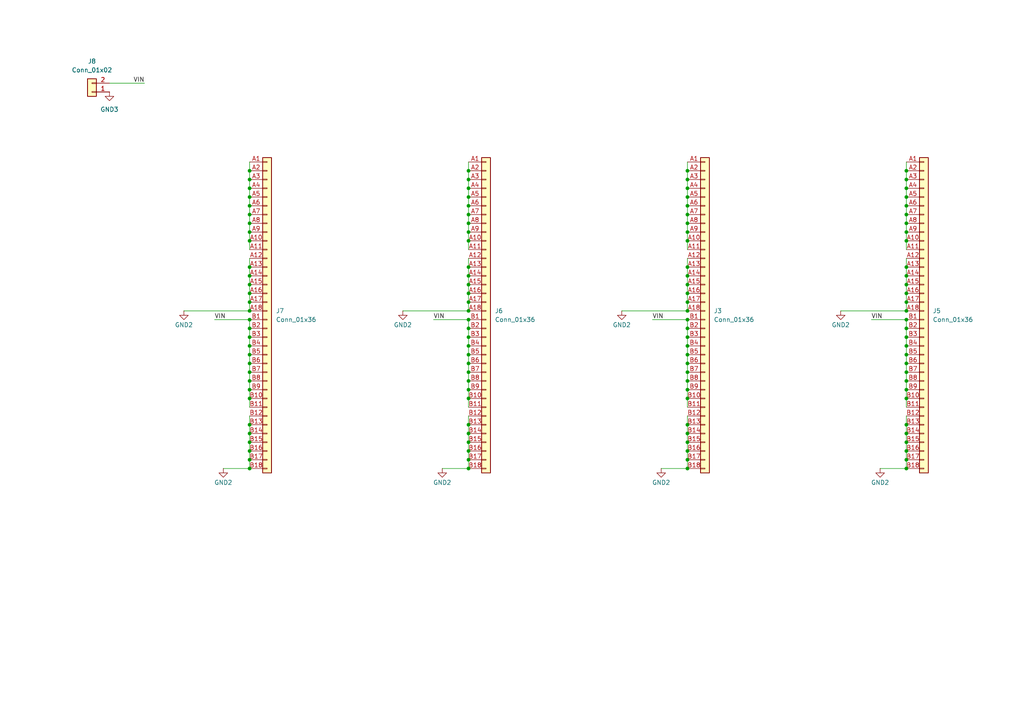
<source format=kicad_sch>
(kicad_sch (version 20250114) (generator "eeschema") (generator_version "9.0")
  (paper "A4")
  (lib_symbols
    (symbol "Conn_01x36_1" (pin_names (offset 1.016) (hide yes))
      (property "Reference" "J4" (at 2.54 0.0001 0))
      (property "Value" "Conn_01x36" (at 2.54 -2.5399 0))
      (symbol "Conn_01x36_1_1_1"
        (rectangle (start -1.27 44.45) (end 1.27 -46.99) (stroke (width 0.254)) (fill (type background)))
        (rectangle (start -1.27 43.307) (end 0 43.053) (stroke (width 0.1524)))
        (rectangle (start -1.27 40.767) (end 0 40.513) (stroke (width 0.1524)))
        (rectangle (start -1.27 38.227) (end 0 37.973) (stroke (width 0.1524)))
        (rectangle (start -1.27 35.687) (end 0 35.433) (stroke (width 0.1524)))
        (rectangle (start -1.27 33.147) (end 0 32.893) (stroke (width 0.1524)))
        (rectangle (start -1.27 30.607) (end 0 30.353) (stroke (width 0.1524)))
        (rectangle (start -1.27 28.067) (end 0 27.813) (stroke (width 0.1524)))
        (rectangle (start -1.27 25.527) (end 0 25.273) (stroke (width 0.1524)))
        (rectangle (start -1.27 22.987) (end 0 22.733) (stroke (width 0.1524)))
        (rectangle (start -1.27 20.447) (end 0 20.193) (stroke (width 0.1524)))
        (rectangle (start -1.27 17.907) (end 0 17.653) (stroke (width 0.1524)))
        (rectangle (start -1.27 15.367) (end 0 15.113) (stroke (width 0.1524)))
        (rectangle (start -1.27 12.827) (end 0 12.573) (stroke (width 0.1524)))
        (rectangle (start -1.27 10.287) (end 0 10.033) (stroke (width 0.1524)))
        (rectangle (start -1.27 7.747) (end 0 7.493) (stroke (width 0.1524)))
        (rectangle (start -1.27 5.207) (end 0 4.953) (stroke (width 0.1524)))
        (rectangle (start -1.27 2.667) (end 0 2.413) (stroke (width 0.1524)))
        (rectangle (start -1.27 0.127) (end 0 -0.127) (stroke (width 0.1524)))
        (rectangle (start -1.27 -2.413) (end 0 -2.667) (stroke (width 0.1524)))
        (rectangle (start -1.27 -4.953) (end 0 -5.207) (stroke (width 0.1524)))
        (rectangle (start -1.27 -7.493) (end 0 -7.747) (stroke (width 0.1524)))
        (rectangle (start -1.27 -10.033) (end 0 -10.287) (stroke (width 0.1524)))
        (rectangle (start -1.27 -12.573) (end 0 -12.827) (stroke (width 0.1524)))
        (rectangle (start -1.27 -15.113) (end 0 -15.367) (stroke (width 0.1524)))
        (rectangle (start -1.27 -17.653) (end 0 -17.907) (stroke (width 0.1524)))
        (rectangle (start -1.27 -20.193) (end 0 -20.447) (stroke (width 0.1524)))
        (rectangle (start -1.27 -22.733) (end 0 -22.987) (stroke (width 0.1524)))
        (rectangle (start -1.27 -25.273) (end 0 -25.527) (stroke (width 0.1524)))
        (rectangle (start -1.27 -27.813) (end 0 -28.067) (stroke (width 0.1524)))
        (rectangle (start -1.27 -30.353) (end 0 -30.607) (stroke (width 0.1524)))
        (rectangle (start -1.27 -32.893) (end 0 -33.147) (stroke (width 0.1524)))
        (rectangle (start -1.27 -35.433) (end 0 -35.687) (stroke (width 0.1524)))
        (rectangle (start -1.27 -37.973) (end 0 -38.227) (stroke (width 0.1524)))
        (rectangle (start -1.27 -40.513) (end 0 -40.767) (stroke (width 0.1524)))
        (rectangle (start -1.27 -43.053) (end 0 -43.307) (stroke (width 0.1524)))
        (rectangle (start -1.27 -45.593) (end 0 -45.847) (stroke (width 0.1524)))
        (pin passive line (at -5.08 43.18 0) (length 3.81) (name "Pin_1") (number "A1"))
        (pin passive line (at -5.08 40.64 0) (length 3.81) (name "Pin_2") (number "A2"))
        (pin passive line (at -5.08 38.1 0) (length 3.81) (name "Pin_3") (number "A3"))
        (pin passive line (at -5.08 35.56 0) (length 3.81) (name "Pin_4") (number "A4"))
        (pin passive line (at -5.08 33.02 0) (length 3.81) (name "Pin_5") (number "A5"))
        (pin passive line (at -5.08 30.48 0) (length 3.81) (name "Pin_6") (number "A6"))
        (pin passive line (at -5.08 27.94 0) (length 3.81) (name "Pin_7") (number "A7"))
        (pin passive line (at -5.08 25.4 0) (length 3.81) (name "Pin_8") (number "A8"))
        (pin passive line (at -5.08 22.86 0) (length 3.81) (name "Pin_9") (number "A9"))
        (pin passive line (at -5.08 20.32 0) (length 3.81) (name "Pin_10") (number "A10"))
        (pin passive line (at -5.08 17.78 0) (length 3.81) (name "Pin_11") (number "A11"))
        (pin passive line (at -5.08 15.24 0) (length 3.81) (name "Pin_12") (number "A12"))
        (pin passive line (at -5.08 12.7 0) (length 3.81) (name "Pin_13") (number "A13"))
        (pin passive line (at -5.08 10.16 0) (length 3.81) (name "Pin_14") (number "A14"))
        (pin passive line (at -5.08 7.62 0) (length 3.81) (name "A15") (number "A15"))
        (pin passive line (at -5.08 5.08 0) (length 3.81) (name "Pin_16") (number "A16"))
        (pin passive line (at -5.08 2.54 0) (length 3.81) (name "Pin_17") (number "A17"))
        (pin passive line (at -5.08 0 0) (length 3.81) (name "Pin_18") (number "A18"))
        (pin passive line (at -5.08 -2.54 0) (length 3.81) (name "Pin_19") (number "B1"))
        (pin passive line (at -5.08 -5.08 0) (length 3.81) (name "Pin_20") (number "B2"))
        (pin passive line (at -5.08 -7.62 0) (length 3.81) (name "Pin_21") (number "B3"))
        (pin passive line (at -5.08 -10.16 0) (length 3.81) (name "Pin_22") (number "B4"))
        (pin passive line (at -5.08 -12.7 0) (length 3.81) (name "Pin_23") (number "B5"))
        (pin passive line (at -5.08 -15.24 0) (length 3.81) (name "Pin_24") (number "B6"))
        (pin passive line (at -5.08 -17.78 0) (length 3.81) (name "Pin_25") (number "B7"))
        (pin passive line (at -5.08 -20.32 0) (length 3.81) (name "Pin_26") (number "B8"))
        (pin passive line (at -5.08 -22.86 0) (length 3.81) (name "Pin_27") (number "B9"))
        (pin passive line (at -5.08 -25.4 0) (length 3.81) (name "Pin_28") (number "B10"))
        (pin passive line (at -5.08 -27.94 0) (length 3.81) (name "Pin_29") (number "B11"))
        (pin passive line (at -5.08 -30.48 0) (length 3.81) (name "Pin_30") (number "B12"))
        (pin passive line (at -5.08 -33.02 0) (length 3.81) (name "Pin_31") (number "B13"))
        (pin passive line (at -5.08 -35.56 0) (length 3.81) (name "Pin_32") (number "B14"))
        (pin passive line (at -5.08 -38.1 0) (length 3.81) (name "Pin_33") (number "B15"))
        (pin passive line (at -5.08 -40.64 0) (length 3.81) (name "Pin_34") (number "B16"))
        (pin passive line (at -5.08 -43.18 0) (length 3.81) (name "Pin_35") (number "B17"))
        (pin passive line (at -5.08 -45.72 0) (length 3.81) (name "Pin_36") (number "B18"))
      )
    )
    (symbol "Connector_Generic:Conn_01x02" (pin_names (offset 1.016) (hide yes))
      (property "Reference" "J" (at 0 2.54 0))
      (property "Value" "Conn_01x02" (at 0 -5.08 0))
      (symbol "Conn_01x02_1_1"
        (rectangle (start -1.27 1.27) (end 1.27 -3.81) (stroke (width 0.254)) (fill (type background)))
        (rectangle (start -1.27 0.127) (end 0 -0.127) (stroke (width 0.1524)))
        (rectangle (start -1.27 -2.413) (end 0 -2.667) (stroke (width 0.1524)))
        (pin passive line (at -5.08 0 0) (length 3.81) (name "Pin_1") (number "1"))
        (pin passive line (at -5.08 -2.54 0) (length 3.81) (name "Pin_2") (number "2"))
      )
    )
    (symbol "power:GND1" (power) (pin_numbers (hide yes)) (pin_names (offset 0) (hide yes))
      (property "Value" "GND1" (at 0 -3.81 0))
      (symbol "GND1_0_1"
        (polyline (pts (xy 0 0) (xy 0 -1.27) (xy 1.27 -1.27) (xy 0 -2.54) (xy -1.27 -1.27) (xy 0 -1.27)))
      )
      (symbol "GND1_1_1"
        (pin power_in line (at 0 0 270) (length 0) (name "~") (number "1"))
      )
    )
    (symbol "power:GND3" (power) (pin_numbers (hide yes)) (pin_names (offset 0) (hide yes))
      (property "Value" "GND3" (at 0 -3.81 0))
      (symbol "GND3_0_1"
        (polyline (pts (xy 0 0) (xy 0 -1.27) (xy 1.27 -1.27) (xy 0 -2.54) (xy -1.27 -1.27) (xy 0 -1.27)))
      )
      (symbol "GND3_1_1"
        (pin power_in line (at 0 0 270) (length 0) (name "~") (number "1"))
      )
    )
  )
  (junction (at 72.39 113.03))
  (junction (at 199.39 62.23))
  (junction (at 262.89 115.57))
  (junction (at 72.39 90.17))
  (junction (at 135.89 64.77))
  (junction (at 72.39 80.01))
  (junction (at 72.39 130.81))
  (junction (at 262.89 52.07))
  (junction (at 135.89 95.25))
  (junction (at 262.89 113.03))
  (junction (at 72.39 125.73))
  (junction (at 135.89 123.19))
  (junction (at 135.89 90.17))
  (junction (at 262.89 80.01))
  (junction (at 262.89 135.89))
  (junction (at 135.89 85.09))
  (junction (at 72.39 77.47))
  (junction (at 135.89 105.41))
  (junction (at 199.39 105.41))
  (junction (at 262.89 67.31))
  (junction (at 262.89 102.87))
  (junction (at 72.39 54.61))
  (junction (at 199.39 107.95))
  (junction (at 262.89 54.61))
  (junction (at 135.89 52.07))
  (junction (at 199.39 97.79))
  (junction (at 199.39 115.57))
  (junction (at 262.89 90.17))
  (junction (at 199.39 54.61))
  (junction (at 199.39 59.69))
  (junction (at 135.89 107.95))
  (junction (at 135.89 135.89))
  (junction (at 135.89 49.53))
  (junction (at 72.39 102.87))
  (junction (at 72.39 133.35))
  (junction (at 199.39 133.35))
  (junction (at 72.39 92.71))
  (junction (at 262.89 57.15))
  (junction (at 135.89 87.63))
  (junction (at 262.89 49.53))
  (junction (at 135.89 77.47))
  (junction (at 262.89 77.47))
  (junction (at 199.39 92.71))
  (junction (at 135.89 113.03))
  (junction (at 135.89 80.01))
  (junction (at 199.39 57.15))
  (junction (at 72.39 57.15))
  (junction (at 262.89 82.55))
  (junction (at 199.39 135.89))
  (junction (at 135.89 82.55))
  (junction (at 72.39 95.25))
  (junction (at 262.89 59.69))
  (junction (at 72.39 52.07))
  (junction (at 72.39 64.77))
  (junction (at 199.39 64.77))
  (junction (at 135.89 62.23))
  (junction (at 262.89 85.09))
  (junction (at 72.39 100.33))
  (junction (at 262.89 110.49))
  (junction (at 135.89 110.49))
  (junction (at 135.89 69.85))
  (junction (at 135.89 57.15))
  (junction (at 135.89 92.71))
  (junction (at 135.89 102.87))
  (junction (at 72.39 128.27))
  (junction (at 135.89 59.69))
  (junction (at 72.39 123.19))
  (junction (at 135.89 54.61))
  (junction (at 135.89 97.79))
  (junction (at 72.39 49.53))
  (junction (at 262.89 107.95))
  (junction (at 262.89 130.81))
  (junction (at 199.39 77.47))
  (junction (at 199.39 95.25))
  (junction (at 135.89 115.57))
  (junction (at 199.39 130.81))
  (junction (at 262.89 123.19))
  (junction (at 262.89 133.35))
  (junction (at 262.89 62.23))
  (junction (at 72.39 110.49))
  (junction (at 199.39 67.31))
  (junction (at 199.39 82.55))
  (junction (at 135.89 130.81))
  (junction (at 199.39 110.49))
  (junction (at 199.39 123.19))
  (junction (at 199.39 80.01))
  (junction (at 72.39 59.69))
  (junction (at 199.39 125.73))
  (junction (at 72.39 67.31))
  (junction (at 72.39 62.23))
  (junction (at 199.39 100.33))
  (junction (at 199.39 69.85))
  (junction (at 262.89 69.85))
  (junction (at 135.89 128.27))
  (junction (at 262.89 87.63))
  (junction (at 262.89 64.77))
  (junction (at 262.89 105.41))
  (junction (at 135.89 100.33))
  (junction (at 262.89 128.27))
  (junction (at 199.39 90.17))
  (junction (at 199.39 128.27))
  (junction (at 262.89 92.71))
  (junction (at 262.89 97.79))
  (junction (at 199.39 87.63))
  (junction (at 135.89 133.35))
  (junction (at 72.39 97.79))
  (junction (at 199.39 49.53))
  (junction (at 72.39 85.09))
  (junction (at 262.89 125.73))
  (junction (at 72.39 135.89))
  (junction (at 72.39 87.63))
  (junction (at 199.39 113.03))
  (junction (at 262.89 95.25))
  (junction (at 199.39 85.09))
  (junction (at 72.39 82.55))
  (junction (at 72.39 107.95))
  (junction (at 72.39 115.57))
  (junction (at 72.39 69.85))
  (junction (at 135.89 67.31))
  (junction (at 135.89 125.73))
  (junction (at 72.39 105.41))
  (junction (at 199.39 102.87))
  (junction (at 199.39 52.07))
  (junction (at 262.89 100.33))
  (wire (pts (xy 135.89 115.57) (xy 135.89 118.11)))
  (wire (pts (xy 128.27 135.89) (xy 135.89 135.89)))
  (wire (pts (xy 135.89 52.07) (xy 135.89 54.61)))
  (wire (pts (xy 262.89 110.49) (xy 262.89 113.03)))
  (wire (pts (xy 135.89 74.93) (xy 135.89 77.47)))
  (wire (pts (xy 199.39 105.41) (xy 199.39 107.95)))
  (wire (pts (xy 199.39 82.55) (xy 199.39 85.09)))
  (wire (pts (xy 262.89 125.73) (xy 262.89 128.27)))
  (wire (pts (xy 262.89 102.87) (xy 262.89 105.41)))
  (wire (pts (xy 135.89 107.95) (xy 135.89 110.49)))
  (wire (pts (xy 135.89 82.55) (xy 135.89 85.09)))
  (wire (pts (xy 72.39 59.69) (xy 72.39 62.23)))
  (wire (pts (xy 199.39 125.73) (xy 199.39 128.27)))
  (wire (pts (xy 199.39 115.57) (xy 199.39 118.11)))
  (wire (pts (xy 199.39 128.27) (xy 199.39 130.81)))
  (wire (pts (xy 199.39 57.15) (xy 199.39 59.69)))
  (wire (pts (xy 262.89 123.19) (xy 262.89 125.73)))
  (wire (pts (xy 135.89 87.63) (xy 135.89 90.17)))
  (wire (pts (xy 72.39 64.77) (xy 72.39 67.31)))
  (wire (pts (xy 72.39 87.63) (xy 72.39 90.17)))
  (wire (pts (xy 72.39 105.41) (xy 72.39 107.95)))
  (wire (pts (xy 199.39 80.01) (xy 199.39 82.55)))
  (wire (pts (xy 199.39 130.81) (xy 199.39 133.35)))
  (wire (pts (xy 262.89 46.99) (xy 262.89 49.53)))
  (wire (pts (xy 262.89 105.41) (xy 262.89 107.95)))
  (wire (pts (xy 135.89 113.03) (xy 135.89 115.57)))
  (wire (pts (xy 199.39 92.71) (xy 199.39 95.25)))
  (wire (pts (xy 199.39 97.79) (xy 199.39 100.33)))
  (wire (pts (xy 262.89 130.81) (xy 262.89 133.35)))
  (wire (pts (xy 262.89 74.93) (xy 262.89 77.47)))
  (wire (pts (xy 199.39 102.87) (xy 199.39 105.41)))
  (wire (pts (xy 199.39 95.25) (xy 199.39 97.79)))
  (wire (pts (xy 135.89 57.15) (xy 135.89 59.69)))
  (wire (pts (xy 41.91 24.13) (xy 31.75 24.13)))
  (wire (pts (xy 72.39 115.57) (xy 72.39 118.11)))
  (wire (pts (xy 262.89 77.47) (xy 262.89 80.01)))
  (wire (pts (xy 72.39 95.25) (xy 72.39 97.79)))
  (wire (pts (xy 262.89 92.71) (xy 262.89 95.25)))
  (wire (pts (xy 199.39 54.61) (xy 199.39 57.15)))
  (wire (pts (xy 72.39 125.73) (xy 72.39 128.27)))
  (wire (pts (xy 262.89 87.63) (xy 262.89 90.17)))
  (wire (pts (xy 262.89 54.61) (xy 262.89 57.15)))
  (wire (pts (xy 72.39 52.07) (xy 72.39 54.61)))
  (wire (pts (xy 199.39 67.31) (xy 199.39 69.85)))
  (wire (pts (xy 199.39 100.33) (xy 199.39 102.87)))
  (wire (pts (xy 135.89 120.65) (xy 135.89 123.19)))
  (wire (pts (xy 72.39 128.27) (xy 72.39 130.81)))
  (wire (pts (xy 72.39 97.79) (xy 72.39 100.33)))
  (wire (pts (xy 135.89 100.33) (xy 135.89 102.87)))
  (wire (pts (xy 262.89 59.69) (xy 262.89 62.23)))
  (wire (pts (xy 199.39 110.49) (xy 199.39 113.03)))
  (wire (pts (xy 262.89 82.55) (xy 262.89 85.09)))
  (wire (pts (xy 180.34 90.17) (xy 199.39 90.17)))
  (wire (pts (xy 135.89 69.85) (xy 135.89 72.39)))
  (wire (pts (xy 199.39 69.85) (xy 199.39 72.39)))
  (wire (pts (xy 135.89 102.87) (xy 135.89 105.41)))
  (wire (pts (xy 72.39 107.95) (xy 72.39 110.49)))
  (wire (pts (xy 199.39 62.23) (xy 199.39 64.77)))
  (wire (pts (xy 135.89 62.23) (xy 135.89 64.77)))
  (wire (pts (xy 199.39 113.03) (xy 199.39 115.57)))
  (wire (pts (xy 135.89 95.25) (xy 135.89 97.79)))
  (wire (pts (xy 199.39 133.35) (xy 199.39 135.89)))
  (wire (pts (xy 199.39 85.09) (xy 199.39 87.63)))
  (wire (pts (xy 72.39 120.65) (xy 72.39 123.19)))
  (wire (pts (xy 72.39 67.31) (xy 72.39 69.85)))
  (wire (pts (xy 262.89 95.25) (xy 262.89 97.79)))
  (wire (pts (xy 262.89 85.09) (xy 262.89 87.63)))
  (wire (pts (xy 116.84 90.17) (xy 135.89 90.17)))
  (wire (pts (xy 72.39 102.87) (xy 72.39 105.41)))
  (wire (pts (xy 72.39 49.53) (xy 72.39 52.07)))
  (wire (pts (xy 72.39 133.35) (xy 72.39 135.89)))
  (wire (pts (xy 262.89 100.33) (xy 262.89 102.87)))
  (wire (pts (xy 199.39 74.93) (xy 199.39 77.47)))
  (wire (pts (xy 199.39 59.69) (xy 199.39 62.23)))
  (wire (pts (xy 199.39 87.63) (xy 199.39 90.17)))
  (wire (pts (xy 135.89 133.35) (xy 135.89 135.89)))
  (wire (pts (xy 135.89 97.79) (xy 135.89 100.33)))
  (wire (pts (xy 262.89 62.23) (xy 262.89 64.77)))
  (wire (pts (xy 135.89 130.81) (xy 135.89 133.35)))
  (wire (pts (xy 135.89 125.73) (xy 135.89 128.27)))
  (wire (pts (xy 262.89 80.01) (xy 262.89 82.55)))
  (wire (pts (xy 72.39 69.85) (xy 72.39 72.39)))
  (wire (pts (xy 135.89 59.69) (xy 135.89 62.23)))
  (wire (pts (xy 135.89 77.47) (xy 135.89 80.01)))
  (wire (pts (xy 72.39 57.15) (xy 72.39 59.69)))
  (wire (pts (xy 199.39 49.53) (xy 199.39 52.07)))
  (wire (pts (xy 262.89 133.35) (xy 262.89 135.89)))
  (wire (pts (xy 255.27 135.89) (xy 262.89 135.89)))
  (wire (pts (xy 199.39 64.77) (xy 199.39 67.31)))
  (wire (pts (xy 262.89 115.57) (xy 262.89 118.11)))
  (wire (pts (xy 125.73 92.71) (xy 135.89 92.71)))
  (wire (pts (xy 72.39 80.01) (xy 72.39 82.55)))
  (wire (pts (xy 199.39 77.47) (xy 199.39 80.01)))
  (wire (pts (xy 262.89 64.77) (xy 262.89 67.31)))
  (wire (pts (xy 199.39 123.19) (xy 199.39 125.73)))
  (wire (pts (xy 72.39 82.55) (xy 72.39 85.09)))
  (wire (pts (xy 135.89 64.77) (xy 135.89 67.31)))
  (wire (pts (xy 262.89 120.65) (xy 262.89 123.19)))
  (wire (pts (xy 262.89 57.15) (xy 262.89 59.69)))
  (wire (pts (xy 72.39 130.81) (xy 72.39 133.35)))
  (wire (pts (xy 72.39 54.61) (xy 72.39 57.15)))
  (wire (pts (xy 72.39 85.09) (xy 72.39 87.63)))
  (wire (pts (xy 135.89 123.19) (xy 135.89 125.73)))
  (wire (pts (xy 72.39 113.03) (xy 72.39 115.57)))
  (wire (pts (xy 262.89 52.07) (xy 262.89 54.61)))
  (wire (pts (xy 62.23 92.71) (xy 72.39 92.71)))
  (wire (pts (xy 64.77 135.89) (xy 72.39 135.89)))
  (wire (pts (xy 53.34 90.17) (xy 72.39 90.17)))
  (wire (pts (xy 135.89 128.27) (xy 135.89 130.81)))
  (wire (pts (xy 72.39 77.47) (xy 72.39 80.01)))
  (wire (pts (xy 72.39 46.99) (xy 72.39 49.53)))
  (wire (pts (xy 72.39 74.93) (xy 72.39 77.47)))
  (wire (pts (xy 199.39 107.95) (xy 199.39 110.49)))
  (wire (pts (xy 135.89 80.01) (xy 135.89 82.55)))
  (wire (pts (xy 252.73 92.71) (xy 262.89 92.71)))
  (wire (pts (xy 199.39 46.99) (xy 199.39 49.53)))
  (wire (pts (xy 262.89 128.27) (xy 262.89 130.81)))
  (wire (pts (xy 135.89 85.09) (xy 135.89 87.63)))
  (wire (pts (xy 199.39 52.07) (xy 199.39 54.61)))
  (wire (pts (xy 135.89 46.99) (xy 135.89 49.53)))
  (wire (pts (xy 135.89 92.71) (xy 135.89 95.25)))
  (wire (pts (xy 262.89 69.85) (xy 262.89 72.39)))
  (wire (pts (xy 135.89 110.49) (xy 135.89 113.03)))
  (wire (pts (xy 135.89 49.53) (xy 135.89 52.07)))
  (wire (pts (xy 72.39 100.33) (xy 72.39 102.87)))
  (wire (pts (xy 135.89 54.61) (xy 135.89 57.15)))
  (wire (pts (xy 72.39 92.71) (xy 72.39 95.25)))
  (wire (pts (xy 72.39 123.19) (xy 72.39 125.73)))
  (wire (pts (xy 135.89 67.31) (xy 135.89 69.85)))
  (wire (pts (xy 189.23 92.71) (xy 199.39 92.71)))
  (wire (pts (xy 199.39 120.65) (xy 199.39 123.19)))
  (wire (pts (xy 262.89 67.31) (xy 262.89 69.85)))
  (wire (pts (xy 262.89 97.79) (xy 262.89 100.33)))
  (wire (pts (xy 243.84 90.17) (xy 262.89 90.17)))
  (wire (pts (xy 191.77 135.89) (xy 199.39 135.89)))
  (wire (pts (xy 262.89 107.95) (xy 262.89 110.49)))
  (wire (pts (xy 135.89 105.41) (xy 135.89 107.95)))
  (wire (pts (xy 72.39 110.49) (xy 72.39 113.03)))
  (wire (pts (xy 262.89 113.03) (xy 262.89 115.57)))
  (wire (pts (xy 262.89 49.53) (xy 262.89 52.07)))
  (wire (pts (xy 72.39 62.23) (xy 72.39 64.77)))
  (label "VIN" (at 252.73 92.71 0))
  (label "VIN" (at 41.91 24.13 180))
  (label "VIN" (at 125.73 92.71 0))
  (label "VIN" (at 62.23 92.71 0))
  (label "VIN" (at 189.23 92.71 0))
  (symbol (lib_id "power:GND1") (at 243.84 90.17 0) (unit 1)
    (property "Reference" "#PWR030" (effects (hide yes)))
    (property "Value" "GND2" (at 243.84 94.234 0))
    (property "Description" "Power symbol creates a global label with name \"GND1\" , ground" (effects (hide yes)))
  )
  (symbol (lib_id "power:GND1") (at 191.77 135.89 0) (unit 1)
    (property "Reference" "#PWR033" (effects (hide yes)))
    (property "Value" "GND2" (at 191.77 139.954 0))
    (property "Description" "Power symbol creates a global label with name \"GND1\" , ground" (effects (hide yes)))
  )
  (symbol (lib_name "Conn_01x36_1") (lib_id "Connector_Generic:Conn_01x36") (at 267.97 90.17 0) (unit 1)
    (property "Reference" "J5" (at 270.51 90.1699 0) (effects (justify left)))
    (property "Value" "Conn_01x36" (at 270.51 92.7099 0) (effects (justify left)))
    (property "Footprint" "footprints:CONN_10018784_AMP" (effects (hide yes)))
    (property "Description" "Generic connector, single row, 01x36, script generated (kicad-library-utils/schlib/autogen/connector/)" (effects (hide yes)))
  )
  (symbol (lib_id "power:GND1") (at 53.34 90.17 0) (unit 1)
    (property "Reference" "#PWR036" (effects (hide yes)))
    (property "Value" "GND2" (at 53.34 94.234 0))
    (property "Description" "Power symbol creates a global label with name \"GND1\" , ground" (effects (hide yes)))
  )
  (symbol (lib_id "power:GND1") (at 128.27 135.89 0) (unit 1)
    (property "Reference" "#PWR035" (effects (hide yes)))
    (property "Value" "GND2" (at 128.27 139.954 0))
    (property "Description" "Power symbol creates a global label with name \"GND1\" , ground" (effects (hide yes)))
  )
  (symbol (lib_id "power:GND1") (at 116.84 90.17 0) (unit 1)
    (property "Reference" "#PWR034" (effects (hide yes)))
    (property "Value" "GND2" (at 116.84 94.234 0))
    (property "Description" "Power symbol creates a global label with name \"GND1\" , ground" (effects (hide yes)))
  )
  (symbol (lib_id "power:GND1") (at 180.34 90.17 0) (unit 1)
    (property "Reference" "#PWR032" (effects (hide yes)))
    (property "Value" "GND2" (at 180.34 94.234 0))
    (property "Description" "Power symbol creates a global label with name \"GND1\" , ground" (effects (hide yes)))
  )
  (symbol (lib_id "power:GND1") (at 64.77 135.89 0) (unit 1)
    (property "Reference" "#PWR037" (effects (hide yes)))
    (property "Value" "GND2" (at 64.77 139.954 0))
    (property "Description" "Power symbol creates a global label with name \"GND1\" , ground" (effects (hide yes)))
  )
  (symbol (lib_id "Connector_Generic:Conn_01x02") (at 26.67 26.67 180) (unit 1)
    (property "Reference" "J8" (at 26.67 17.78 0))
    (property "Value" "Conn_01x02" (at 26.67 20.32 0))
    (property "Footprint" "footprints:XT90_V" (effects (hide yes)))
    (property "Description" "Generic connector, single row, 01x02, script generated (kicad-library-utils/schlib/autogen/connector/)" (effects (hide yes)))
  )
  (symbol (lib_name "Conn_01x36_1") (lib_id "Connector_Generic:Conn_01x36") (at 204.47 90.17 0) (unit 1)
    (property "Reference" "J3" (at 207.01 90.1699 0) (effects (justify left)))
    (property "Value" "Conn_01x36" (at 207.01 92.7099 0) (effects (justify left)))
    (property "Footprint" "footprints:CONN_10018784_AMP" (effects (hide yes)))
    (property "Description" "Generic connector, single row, 01x36, script generated (kicad-library-utils/schlib/autogen/connector/)" (effects (hide yes)))
  )
  (symbol (lib_id "power:GND3") (at 31.75 26.67 0) (unit 1)
    (property "Reference" "#PWR038" (effects (hide yes)))
    (property "Value" "GND3" (at 31.75 31.75 0))
    (property "Description" "Power symbol creates a global label with name \"GND3\" , ground" (effects (hide yes)))
  )
  (symbol (lib_id "power:GND1") (at 255.27 135.89 0) (unit 1)
    (property "Reference" "#PWR031" (effects (hide yes)))
    (property "Value" "GND2" (at 255.27 139.954 0))
    (property "Description" "Power symbol creates a global label with name \"GND1\" , ground" (effects (hide yes)))
  )
  (symbol (lib_name "Conn_01x36_1") (lib_id "Connector_Generic:Conn_01x36") (at 77.47 90.17 0) (unit 1)
    (property "Reference" "J7" (at 80.01 90.1699 0) (effects (justify left)))
    (property "Value" "Conn_01x36" (at 80.01 92.7099 0) (effects (justify left)))
    (property "Footprint" "footprints:CONN_10018784_AMP" (effects (hide yes)))
    (property "Description" "Generic connector, single row, 01x36, script generated (kicad-library-utils/schlib/autogen/connector/)" (effects (hide yes)))
  )
  (symbol (lib_name "Conn_01x36_1") (lib_id "Connector_Generic:Conn_01x36") (at 140.97 90.17 0) (unit 1)
    (property "Reference" "J6" (at 143.51 90.1699 0) (effects (justify left)))
    (property "Value" "Conn_01x36" (at 143.51 92.7099 0) (effects (justify left)))
    (property "Footprint" "footprints:CONN_10018784_AMP" (effects (hide yes)))
    (property "Description" "Generic connector, single row, 01x36, script generated (kicad-library-utils/schlib/autogen/connector/)" (effects (hide yes)))
  )
)
</source>
